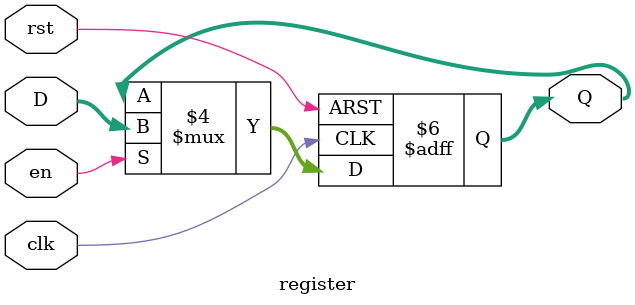
<source format=sv>
`timescale 1ns / 1ps


module register #(parameter N = 8)
    (
    input clk, rst, en,
    input [N-1:0] D,
    output reg [N-1:0] Q
    );
    
    always @(posedge clk, posedge rst)
    begin
       if (rst==1) 
          Q <= 0;
       else if (en==1)
          Q <= D;
    end
    
endmodule

</source>
